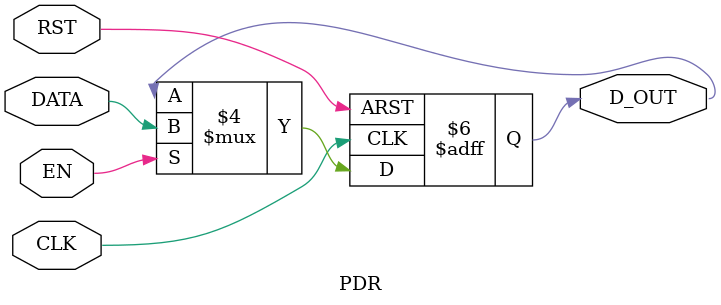
<source format=sv>
`timescale 1ns/1ns

module PDR(CLK, RST, EN, DATA, D_OUT);
input CLK, RST, EN;
input DATA;
output reg D_OUT;
always @(posedge CLK or negedge RST)
begin
if(!RST)
D_OUT<= 1'b0;
else if(EN)
D_OUT <= DATA;
else
D_OUT <= D_OUT;
end
endmodule

</source>
